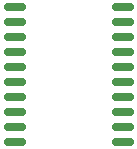
<source format=gtp>
G04 #@! TF.GenerationSoftware,KiCad,Pcbnew,8.0.1*
G04 #@! TF.CreationDate,2024-05-12T16:03:36-04:00*
G04 #@! TF.ProjectId,recyclobot_main,72656379-636c-46f6-926f-745f6d61696e,rev?*
G04 #@! TF.SameCoordinates,Original*
G04 #@! TF.FileFunction,Paste,Top*
G04 #@! TF.FilePolarity,Positive*
%FSLAX46Y46*%
G04 Gerber Fmt 4.6, Leading zero omitted, Abs format (unit mm)*
G04 Created by KiCad (PCBNEW 8.0.1) date 2024-05-12 16:03:36*
%MOMM*%
%LPD*%
G01*
G04 APERTURE LIST*
G04 Aperture macros list*
%AMRoundRect*
0 Rectangle with rounded corners*
0 $1 Rounding radius*
0 $2 $3 $4 $5 $6 $7 $8 $9 X,Y pos of 4 corners*
0 Add a 4 corners polygon primitive as box body*
4,1,4,$2,$3,$4,$5,$6,$7,$8,$9,$2,$3,0*
0 Add four circle primitives for the rounded corners*
1,1,$1+$1,$2,$3*
1,1,$1+$1,$4,$5*
1,1,$1+$1,$6,$7*
1,1,$1+$1,$8,$9*
0 Add four rect primitives between the rounded corners*
20,1,$1+$1,$2,$3,$4,$5,0*
20,1,$1+$1,$4,$5,$6,$7,0*
20,1,$1+$1,$6,$7,$8,$9,0*
20,1,$1+$1,$8,$9,$2,$3,0*%
G04 Aperture macros list end*
%ADD10RoundRect,0.150000X-0.800000X-0.150000X0.800000X-0.150000X0.800000X0.150000X-0.800000X0.150000X0*%
G04 APERTURE END LIST*
D10*
X141100000Y-82285000D03*
X141100000Y-83555000D03*
X141100000Y-84825000D03*
X141100000Y-86095000D03*
X141100000Y-87365000D03*
X141100000Y-88635000D03*
X141100000Y-89905000D03*
X141100000Y-91175000D03*
X141100000Y-92445000D03*
X141100000Y-93715000D03*
X131900000Y-93715000D03*
X131900000Y-92445000D03*
X131900000Y-91175000D03*
X131900000Y-89905000D03*
X131900000Y-88635000D03*
X131900000Y-87365000D03*
X131900000Y-86095000D03*
X131900000Y-84825000D03*
X131900000Y-83555000D03*
X131900000Y-82285000D03*
M02*

</source>
